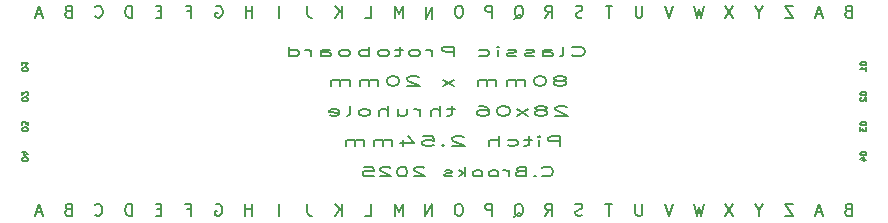
<source format=gbr>
%TF.GenerationSoftware,KiCad,Pcbnew,9.0.1*%
%TF.CreationDate,2025-05-06T23:45:29-04:00*%
%TF.ProjectId,classic-protoboard_6x28,636c6173-7369-4632-9d70-726f746f626f,rev?*%
%TF.SameCoordinates,Original*%
%TF.FileFunction,Legend,Bot*%
%TF.FilePolarity,Positive*%
%FSLAX46Y46*%
G04 Gerber Fmt 4.6, Leading zero omitted, Abs format (unit mm)*
G04 Created by KiCad (PCBNEW 9.0.1) date 2025-05-06 23:45:29*
%MOMM*%
%LPD*%
G01*
G04 APERTURE LIST*
%ADD10C,0.150000*%
%ADD11C,0.127000*%
%ADD12C,0.200000*%
%ADD13C,0.156250*%
%ADD14C,2.300000*%
%ADD15O,3.148000X1.624000*%
%ADD16C,1.624000*%
G04 APERTURE END LIST*
D10*
X126808095Y-134982438D02*
X126903333Y-134934819D01*
X126903333Y-134934819D02*
X127046190Y-134934819D01*
X127046190Y-134934819D02*
X127189047Y-134982438D01*
X127189047Y-134982438D02*
X127284285Y-135077676D01*
X127284285Y-135077676D02*
X127331904Y-135172914D01*
X127331904Y-135172914D02*
X127379523Y-135363390D01*
X127379523Y-135363390D02*
X127379523Y-135506247D01*
X127379523Y-135506247D02*
X127331904Y-135696723D01*
X127331904Y-135696723D02*
X127284285Y-135791961D01*
X127284285Y-135791961D02*
X127189047Y-135887200D01*
X127189047Y-135887200D02*
X127046190Y-135934819D01*
X127046190Y-135934819D02*
X126950952Y-135934819D01*
X126950952Y-135934819D02*
X126808095Y-135887200D01*
X126808095Y-135887200D02*
X126760476Y-135839580D01*
X126760476Y-135839580D02*
X126760476Y-135506247D01*
X126760476Y-135506247D02*
X126950952Y-135506247D01*
D11*
X181388406Y-125563904D02*
X181388406Y-125612285D01*
X181388406Y-125612285D02*
X181412596Y-125660666D01*
X181412596Y-125660666D02*
X181436787Y-125684856D01*
X181436787Y-125684856D02*
X181485168Y-125709047D01*
X181485168Y-125709047D02*
X181581930Y-125733237D01*
X181581930Y-125733237D02*
X181702882Y-125733237D01*
X181702882Y-125733237D02*
X181799644Y-125709047D01*
X181799644Y-125709047D02*
X181848025Y-125684856D01*
X181848025Y-125684856D02*
X181872216Y-125660666D01*
X181872216Y-125660666D02*
X181896406Y-125612285D01*
X181896406Y-125612285D02*
X181896406Y-125563904D01*
X181896406Y-125563904D02*
X181872216Y-125515523D01*
X181872216Y-125515523D02*
X181848025Y-125491332D01*
X181848025Y-125491332D02*
X181799644Y-125467142D01*
X181799644Y-125467142D02*
X181702882Y-125442951D01*
X181702882Y-125442951D02*
X181581930Y-125442951D01*
X181581930Y-125442951D02*
X181485168Y-125467142D01*
X181485168Y-125467142D02*
X181436787Y-125491332D01*
X181436787Y-125491332D02*
X181412596Y-125515523D01*
X181412596Y-125515523D02*
X181388406Y-125563904D01*
X181436787Y-125926761D02*
X181412596Y-125950952D01*
X181412596Y-125950952D02*
X181388406Y-125999333D01*
X181388406Y-125999333D02*
X181388406Y-126120285D01*
X181388406Y-126120285D02*
X181412596Y-126168666D01*
X181412596Y-126168666D02*
X181436787Y-126192857D01*
X181436787Y-126192857D02*
X181485168Y-126217047D01*
X181485168Y-126217047D02*
X181533549Y-126217047D01*
X181533549Y-126217047D02*
X181606120Y-126192857D01*
X181606120Y-126192857D02*
X181896406Y-125902571D01*
X181896406Y-125902571D02*
X181896406Y-126217047D01*
D10*
X168148570Y-118164819D02*
X167910475Y-119164819D01*
X167910475Y-119164819D02*
X167719999Y-118450533D01*
X167719999Y-118450533D02*
X167529523Y-119164819D01*
X167529523Y-119164819D02*
X167291428Y-118164819D01*
X114298571Y-135411009D02*
X114155714Y-135458628D01*
X114155714Y-135458628D02*
X114108095Y-135506247D01*
X114108095Y-135506247D02*
X114060476Y-135601485D01*
X114060476Y-135601485D02*
X114060476Y-135744342D01*
X114060476Y-135744342D02*
X114108095Y-135839580D01*
X114108095Y-135839580D02*
X114155714Y-135887200D01*
X114155714Y-135887200D02*
X114250952Y-135934819D01*
X114250952Y-135934819D02*
X114631904Y-135934819D01*
X114631904Y-135934819D02*
X114631904Y-134934819D01*
X114631904Y-134934819D02*
X114298571Y-134934819D01*
X114298571Y-134934819D02*
X114203333Y-134982438D01*
X114203333Y-134982438D02*
X114155714Y-135030057D01*
X114155714Y-135030057D02*
X114108095Y-135125295D01*
X114108095Y-135125295D02*
X114108095Y-135220533D01*
X114108095Y-135220533D02*
X114155714Y-135315771D01*
X114155714Y-135315771D02*
X114203333Y-135363390D01*
X114203333Y-135363390D02*
X114298571Y-135411009D01*
X114298571Y-135411009D02*
X114631904Y-135411009D01*
X150191904Y-135934819D02*
X150191904Y-134934819D01*
X150191904Y-134934819D02*
X149810952Y-134934819D01*
X149810952Y-134934819D02*
X149715714Y-134982438D01*
X149715714Y-134982438D02*
X149668095Y-135030057D01*
X149668095Y-135030057D02*
X149620476Y-135125295D01*
X149620476Y-135125295D02*
X149620476Y-135268152D01*
X149620476Y-135268152D02*
X149668095Y-135363390D01*
X149668095Y-135363390D02*
X149715714Y-135411009D01*
X149715714Y-135411009D02*
X149810952Y-135458628D01*
X149810952Y-135458628D02*
X150191904Y-135458628D01*
D12*
X155985714Y-130029695D02*
X155985714Y-129229695D01*
X155985714Y-129229695D02*
X155300000Y-129229695D01*
X155300000Y-129229695D02*
X155128571Y-129267790D01*
X155128571Y-129267790D02*
X155042857Y-129305885D01*
X155042857Y-129305885D02*
X154957143Y-129382076D01*
X154957143Y-129382076D02*
X154957143Y-129496361D01*
X154957143Y-129496361D02*
X155042857Y-129572552D01*
X155042857Y-129572552D02*
X155128571Y-129610647D01*
X155128571Y-129610647D02*
X155300000Y-129648742D01*
X155300000Y-129648742D02*
X155985714Y-129648742D01*
X154185714Y-130029695D02*
X154185714Y-129496361D01*
X154185714Y-129229695D02*
X154271428Y-129267790D01*
X154271428Y-129267790D02*
X154185714Y-129305885D01*
X154185714Y-129305885D02*
X154100000Y-129267790D01*
X154100000Y-129267790D02*
X154185714Y-129229695D01*
X154185714Y-129229695D02*
X154185714Y-129305885D01*
X153585714Y-129496361D02*
X152900000Y-129496361D01*
X153328571Y-129229695D02*
X153328571Y-129915409D01*
X153328571Y-129915409D02*
X153242857Y-129991600D01*
X153242857Y-129991600D02*
X153071428Y-130029695D01*
X153071428Y-130029695D02*
X152900000Y-130029695D01*
X151528572Y-129991600D02*
X151700000Y-130029695D01*
X151700000Y-130029695D02*
X152042857Y-130029695D01*
X152042857Y-130029695D02*
X152214286Y-129991600D01*
X152214286Y-129991600D02*
X152300000Y-129953504D01*
X152300000Y-129953504D02*
X152385714Y-129877314D01*
X152385714Y-129877314D02*
X152385714Y-129648742D01*
X152385714Y-129648742D02*
X152300000Y-129572552D01*
X152300000Y-129572552D02*
X152214286Y-129534457D01*
X152214286Y-129534457D02*
X152042857Y-129496361D01*
X152042857Y-129496361D02*
X151700000Y-129496361D01*
X151700000Y-129496361D02*
X151528572Y-129534457D01*
X150757143Y-130029695D02*
X150757143Y-129229695D01*
X149985715Y-130029695D02*
X149985715Y-129610647D01*
X149985715Y-129610647D02*
X150071429Y-129534457D01*
X150071429Y-129534457D02*
X150242857Y-129496361D01*
X150242857Y-129496361D02*
X150500000Y-129496361D01*
X150500000Y-129496361D02*
X150671429Y-129534457D01*
X150671429Y-129534457D02*
X150757143Y-129572552D01*
X147842857Y-129305885D02*
X147757143Y-129267790D01*
X147757143Y-129267790D02*
X147585715Y-129229695D01*
X147585715Y-129229695D02*
X147157143Y-129229695D01*
X147157143Y-129229695D02*
X146985715Y-129267790D01*
X146985715Y-129267790D02*
X146900000Y-129305885D01*
X146900000Y-129305885D02*
X146814286Y-129382076D01*
X146814286Y-129382076D02*
X146814286Y-129458266D01*
X146814286Y-129458266D02*
X146900000Y-129572552D01*
X146900000Y-129572552D02*
X147928572Y-130029695D01*
X147928572Y-130029695D02*
X146814286Y-130029695D01*
X146042857Y-129953504D02*
X145957143Y-129991600D01*
X145957143Y-129991600D02*
X146042857Y-130029695D01*
X146042857Y-130029695D02*
X146128571Y-129991600D01*
X146128571Y-129991600D02*
X146042857Y-129953504D01*
X146042857Y-129953504D02*
X146042857Y-130029695D01*
X144328571Y-129229695D02*
X145185714Y-129229695D01*
X145185714Y-129229695D02*
X145271428Y-129610647D01*
X145271428Y-129610647D02*
X145185714Y-129572552D01*
X145185714Y-129572552D02*
X145014286Y-129534457D01*
X145014286Y-129534457D02*
X144585714Y-129534457D01*
X144585714Y-129534457D02*
X144414286Y-129572552D01*
X144414286Y-129572552D02*
X144328571Y-129610647D01*
X144328571Y-129610647D02*
X144242857Y-129686838D01*
X144242857Y-129686838D02*
X144242857Y-129877314D01*
X144242857Y-129877314D02*
X144328571Y-129953504D01*
X144328571Y-129953504D02*
X144414286Y-129991600D01*
X144414286Y-129991600D02*
X144585714Y-130029695D01*
X144585714Y-130029695D02*
X145014286Y-130029695D01*
X145014286Y-130029695D02*
X145185714Y-129991600D01*
X145185714Y-129991600D02*
X145271428Y-129953504D01*
X142700000Y-129496361D02*
X142700000Y-130029695D01*
X143128571Y-129191600D02*
X143557142Y-129763028D01*
X143557142Y-129763028D02*
X142442857Y-129763028D01*
X141757142Y-130029695D02*
X141757142Y-129496361D01*
X141757142Y-129572552D02*
X141671428Y-129534457D01*
X141671428Y-129534457D02*
X141499999Y-129496361D01*
X141499999Y-129496361D02*
X141242856Y-129496361D01*
X141242856Y-129496361D02*
X141071428Y-129534457D01*
X141071428Y-129534457D02*
X140985714Y-129610647D01*
X140985714Y-129610647D02*
X140985714Y-130029695D01*
X140985714Y-129610647D02*
X140899999Y-129534457D01*
X140899999Y-129534457D02*
X140728571Y-129496361D01*
X140728571Y-129496361D02*
X140471428Y-129496361D01*
X140471428Y-129496361D02*
X140299999Y-129534457D01*
X140299999Y-129534457D02*
X140214285Y-129610647D01*
X140214285Y-129610647D02*
X140214285Y-130029695D01*
X139357142Y-130029695D02*
X139357142Y-129496361D01*
X139357142Y-129572552D02*
X139271428Y-129534457D01*
X139271428Y-129534457D02*
X139099999Y-129496361D01*
X139099999Y-129496361D02*
X138842856Y-129496361D01*
X138842856Y-129496361D02*
X138671428Y-129534457D01*
X138671428Y-129534457D02*
X138585714Y-129610647D01*
X138585714Y-129610647D02*
X138585714Y-130029695D01*
X138585714Y-129610647D02*
X138499999Y-129534457D01*
X138499999Y-129534457D02*
X138328571Y-129496361D01*
X138328571Y-129496361D02*
X138071428Y-129496361D01*
X138071428Y-129496361D02*
X137899999Y-129534457D01*
X137899999Y-129534457D02*
X137814285Y-129610647D01*
X137814285Y-129610647D02*
X137814285Y-130029695D01*
D10*
X147495237Y-118164819D02*
X147304761Y-118164819D01*
X147304761Y-118164819D02*
X147209523Y-118212438D01*
X147209523Y-118212438D02*
X147114285Y-118307676D01*
X147114285Y-118307676D02*
X147066666Y-118498152D01*
X147066666Y-118498152D02*
X147066666Y-118831485D01*
X147066666Y-118831485D02*
X147114285Y-119021961D01*
X147114285Y-119021961D02*
X147209523Y-119117200D01*
X147209523Y-119117200D02*
X147304761Y-119164819D01*
X147304761Y-119164819D02*
X147495237Y-119164819D01*
X147495237Y-119164819D02*
X147590475Y-119117200D01*
X147590475Y-119117200D02*
X147685713Y-119021961D01*
X147685713Y-119021961D02*
X147733332Y-118831485D01*
X147733332Y-118831485D02*
X147733332Y-118498152D01*
X147733332Y-118498152D02*
X147685713Y-118307676D01*
X147685713Y-118307676D02*
X147590475Y-118212438D01*
X147590475Y-118212438D02*
X147495237Y-118164819D01*
X170593332Y-118164819D02*
X169926666Y-119164819D01*
X169926666Y-118164819D02*
X170593332Y-119164819D01*
X124387142Y-135411009D02*
X124720475Y-135411009D01*
X124720475Y-135934819D02*
X124720475Y-134934819D01*
X124720475Y-134934819D02*
X124244285Y-134934819D01*
X116600476Y-135839580D02*
X116648095Y-135887200D01*
X116648095Y-135887200D02*
X116790952Y-135934819D01*
X116790952Y-135934819D02*
X116886190Y-135934819D01*
X116886190Y-135934819D02*
X117029047Y-135887200D01*
X117029047Y-135887200D02*
X117124285Y-135791961D01*
X117124285Y-135791961D02*
X117171904Y-135696723D01*
X117171904Y-135696723D02*
X117219523Y-135506247D01*
X117219523Y-135506247D02*
X117219523Y-135363390D01*
X117219523Y-135363390D02*
X117171904Y-135172914D01*
X117171904Y-135172914D02*
X117124285Y-135077676D01*
X117124285Y-135077676D02*
X117029047Y-134982438D01*
X117029047Y-134982438D02*
X116886190Y-134934819D01*
X116886190Y-134934819D02*
X116790952Y-134934819D01*
X116790952Y-134934819D02*
X116648095Y-134982438D01*
X116648095Y-134982438D02*
X116600476Y-135030057D01*
X145135713Y-135934819D02*
X145135713Y-134934819D01*
X145135713Y-134934819D02*
X144564285Y-135934819D01*
X144564285Y-135934819D02*
X144564285Y-134934819D01*
X180348571Y-118641009D02*
X180205714Y-118688628D01*
X180205714Y-118688628D02*
X180158095Y-118736247D01*
X180158095Y-118736247D02*
X180110476Y-118831485D01*
X180110476Y-118831485D02*
X180110476Y-118974342D01*
X180110476Y-118974342D02*
X180158095Y-119069580D01*
X180158095Y-119069580D02*
X180205714Y-119117200D01*
X180205714Y-119117200D02*
X180300952Y-119164819D01*
X180300952Y-119164819D02*
X180681904Y-119164819D01*
X180681904Y-119164819D02*
X180681904Y-118164819D01*
X180681904Y-118164819D02*
X180348571Y-118164819D01*
X180348571Y-118164819D02*
X180253333Y-118212438D01*
X180253333Y-118212438D02*
X180205714Y-118260057D01*
X180205714Y-118260057D02*
X180158095Y-118355295D01*
X180158095Y-118355295D02*
X180158095Y-118450533D01*
X180158095Y-118450533D02*
X180205714Y-118545771D01*
X180205714Y-118545771D02*
X180253333Y-118593390D01*
X180253333Y-118593390D02*
X180348571Y-118641009D01*
X180348571Y-118641009D02*
X180681904Y-118641009D01*
X139470476Y-119164819D02*
X139946666Y-119164819D01*
X139946666Y-119164819D02*
X139946666Y-118164819D01*
D11*
X181388406Y-130643904D02*
X181388406Y-130692285D01*
X181388406Y-130692285D02*
X181412596Y-130740666D01*
X181412596Y-130740666D02*
X181436787Y-130764856D01*
X181436787Y-130764856D02*
X181485168Y-130789047D01*
X181485168Y-130789047D02*
X181581930Y-130813237D01*
X181581930Y-130813237D02*
X181702882Y-130813237D01*
X181702882Y-130813237D02*
X181799644Y-130789047D01*
X181799644Y-130789047D02*
X181848025Y-130764856D01*
X181848025Y-130764856D02*
X181872216Y-130740666D01*
X181872216Y-130740666D02*
X181896406Y-130692285D01*
X181896406Y-130692285D02*
X181896406Y-130643904D01*
X181896406Y-130643904D02*
X181872216Y-130595523D01*
X181872216Y-130595523D02*
X181848025Y-130571332D01*
X181848025Y-130571332D02*
X181799644Y-130547142D01*
X181799644Y-130547142D02*
X181702882Y-130522951D01*
X181702882Y-130522951D02*
X181581930Y-130522951D01*
X181581930Y-130522951D02*
X181485168Y-130547142D01*
X181485168Y-130547142D02*
X181436787Y-130571332D01*
X181436787Y-130571332D02*
X181412596Y-130595523D01*
X181412596Y-130595523D02*
X181388406Y-130643904D01*
X181557739Y-131248666D02*
X181896406Y-131248666D01*
X181364216Y-131127714D02*
X181727073Y-131006761D01*
X181727073Y-131006761D02*
X181727073Y-131321238D01*
D12*
X156985713Y-122343504D02*
X157071427Y-122381600D01*
X157071427Y-122381600D02*
X157328570Y-122419695D01*
X157328570Y-122419695D02*
X157499998Y-122419695D01*
X157499998Y-122419695D02*
X157757141Y-122381600D01*
X157757141Y-122381600D02*
X157928570Y-122305409D01*
X157928570Y-122305409D02*
X158014284Y-122229219D01*
X158014284Y-122229219D02*
X158099998Y-122076838D01*
X158099998Y-122076838D02*
X158099998Y-121962552D01*
X158099998Y-121962552D02*
X158014284Y-121810171D01*
X158014284Y-121810171D02*
X157928570Y-121733980D01*
X157928570Y-121733980D02*
X157757141Y-121657790D01*
X157757141Y-121657790D02*
X157499998Y-121619695D01*
X157499998Y-121619695D02*
X157328570Y-121619695D01*
X157328570Y-121619695D02*
X157071427Y-121657790D01*
X157071427Y-121657790D02*
X156985713Y-121695885D01*
X155957141Y-122419695D02*
X156128570Y-122381600D01*
X156128570Y-122381600D02*
X156214284Y-122305409D01*
X156214284Y-122305409D02*
X156214284Y-121619695D01*
X154499999Y-122419695D02*
X154499999Y-122000647D01*
X154499999Y-122000647D02*
X154585713Y-121924457D01*
X154585713Y-121924457D02*
X154757141Y-121886361D01*
X154757141Y-121886361D02*
X155099999Y-121886361D01*
X155099999Y-121886361D02*
X155271427Y-121924457D01*
X154499999Y-122381600D02*
X154671427Y-122419695D01*
X154671427Y-122419695D02*
X155099999Y-122419695D01*
X155099999Y-122419695D02*
X155271427Y-122381600D01*
X155271427Y-122381600D02*
X155357141Y-122305409D01*
X155357141Y-122305409D02*
X155357141Y-122229219D01*
X155357141Y-122229219D02*
X155271427Y-122153028D01*
X155271427Y-122153028D02*
X155099999Y-122114933D01*
X155099999Y-122114933D02*
X154671427Y-122114933D01*
X154671427Y-122114933D02*
X154499999Y-122076838D01*
X153728570Y-122381600D02*
X153557142Y-122419695D01*
X153557142Y-122419695D02*
X153214285Y-122419695D01*
X153214285Y-122419695D02*
X153042856Y-122381600D01*
X153042856Y-122381600D02*
X152957142Y-122305409D01*
X152957142Y-122305409D02*
X152957142Y-122267314D01*
X152957142Y-122267314D02*
X153042856Y-122191123D01*
X153042856Y-122191123D02*
X153214285Y-122153028D01*
X153214285Y-122153028D02*
X153471428Y-122153028D01*
X153471428Y-122153028D02*
X153642856Y-122114933D01*
X153642856Y-122114933D02*
X153728570Y-122038742D01*
X153728570Y-122038742D02*
X153728570Y-122000647D01*
X153728570Y-122000647D02*
X153642856Y-121924457D01*
X153642856Y-121924457D02*
X153471428Y-121886361D01*
X153471428Y-121886361D02*
X153214285Y-121886361D01*
X153214285Y-121886361D02*
X153042856Y-121924457D01*
X152271427Y-122381600D02*
X152099999Y-122419695D01*
X152099999Y-122419695D02*
X151757142Y-122419695D01*
X151757142Y-122419695D02*
X151585713Y-122381600D01*
X151585713Y-122381600D02*
X151499999Y-122305409D01*
X151499999Y-122305409D02*
X151499999Y-122267314D01*
X151499999Y-122267314D02*
X151585713Y-122191123D01*
X151585713Y-122191123D02*
X151757142Y-122153028D01*
X151757142Y-122153028D02*
X152014285Y-122153028D01*
X152014285Y-122153028D02*
X152185713Y-122114933D01*
X152185713Y-122114933D02*
X152271427Y-122038742D01*
X152271427Y-122038742D02*
X152271427Y-122000647D01*
X152271427Y-122000647D02*
X152185713Y-121924457D01*
X152185713Y-121924457D02*
X152014285Y-121886361D01*
X152014285Y-121886361D02*
X151757142Y-121886361D01*
X151757142Y-121886361D02*
X151585713Y-121924457D01*
X150728570Y-122419695D02*
X150728570Y-121886361D01*
X150728570Y-121619695D02*
X150814284Y-121657790D01*
X150814284Y-121657790D02*
X150728570Y-121695885D01*
X150728570Y-121695885D02*
X150642856Y-121657790D01*
X150642856Y-121657790D02*
X150728570Y-121619695D01*
X150728570Y-121619695D02*
X150728570Y-121695885D01*
X149099999Y-122381600D02*
X149271427Y-122419695D01*
X149271427Y-122419695D02*
X149614284Y-122419695D01*
X149614284Y-122419695D02*
X149785713Y-122381600D01*
X149785713Y-122381600D02*
X149871427Y-122343504D01*
X149871427Y-122343504D02*
X149957141Y-122267314D01*
X149957141Y-122267314D02*
X149957141Y-122038742D01*
X149957141Y-122038742D02*
X149871427Y-121962552D01*
X149871427Y-121962552D02*
X149785713Y-121924457D01*
X149785713Y-121924457D02*
X149614284Y-121886361D01*
X149614284Y-121886361D02*
X149271427Y-121886361D01*
X149271427Y-121886361D02*
X149099999Y-121924457D01*
X146957141Y-122419695D02*
X146957141Y-121619695D01*
X146957141Y-121619695D02*
X146271427Y-121619695D01*
X146271427Y-121619695D02*
X146099998Y-121657790D01*
X146099998Y-121657790D02*
X146014284Y-121695885D01*
X146014284Y-121695885D02*
X145928570Y-121772076D01*
X145928570Y-121772076D02*
X145928570Y-121886361D01*
X145928570Y-121886361D02*
X146014284Y-121962552D01*
X146014284Y-121962552D02*
X146099998Y-122000647D01*
X146099998Y-122000647D02*
X146271427Y-122038742D01*
X146271427Y-122038742D02*
X146957141Y-122038742D01*
X145157141Y-122419695D02*
X145157141Y-121886361D01*
X145157141Y-122038742D02*
X145071427Y-121962552D01*
X145071427Y-121962552D02*
X144985713Y-121924457D01*
X144985713Y-121924457D02*
X144814284Y-121886361D01*
X144814284Y-121886361D02*
X144642855Y-121886361D01*
X143785712Y-122419695D02*
X143957141Y-122381600D01*
X143957141Y-122381600D02*
X144042855Y-122343504D01*
X144042855Y-122343504D02*
X144128569Y-122267314D01*
X144128569Y-122267314D02*
X144128569Y-122038742D01*
X144128569Y-122038742D02*
X144042855Y-121962552D01*
X144042855Y-121962552D02*
X143957141Y-121924457D01*
X143957141Y-121924457D02*
X143785712Y-121886361D01*
X143785712Y-121886361D02*
X143528569Y-121886361D01*
X143528569Y-121886361D02*
X143357141Y-121924457D01*
X143357141Y-121924457D02*
X143271427Y-121962552D01*
X143271427Y-121962552D02*
X143185712Y-122038742D01*
X143185712Y-122038742D02*
X143185712Y-122267314D01*
X143185712Y-122267314D02*
X143271427Y-122343504D01*
X143271427Y-122343504D02*
X143357141Y-122381600D01*
X143357141Y-122381600D02*
X143528569Y-122419695D01*
X143528569Y-122419695D02*
X143785712Y-122419695D01*
X142671427Y-121886361D02*
X141985713Y-121886361D01*
X142414284Y-121619695D02*
X142414284Y-122305409D01*
X142414284Y-122305409D02*
X142328570Y-122381600D01*
X142328570Y-122381600D02*
X142157141Y-122419695D01*
X142157141Y-122419695D02*
X141985713Y-122419695D01*
X141128570Y-122419695D02*
X141299999Y-122381600D01*
X141299999Y-122381600D02*
X141385713Y-122343504D01*
X141385713Y-122343504D02*
X141471427Y-122267314D01*
X141471427Y-122267314D02*
X141471427Y-122038742D01*
X141471427Y-122038742D02*
X141385713Y-121962552D01*
X141385713Y-121962552D02*
X141299999Y-121924457D01*
X141299999Y-121924457D02*
X141128570Y-121886361D01*
X141128570Y-121886361D02*
X140871427Y-121886361D01*
X140871427Y-121886361D02*
X140699999Y-121924457D01*
X140699999Y-121924457D02*
X140614285Y-121962552D01*
X140614285Y-121962552D02*
X140528570Y-122038742D01*
X140528570Y-122038742D02*
X140528570Y-122267314D01*
X140528570Y-122267314D02*
X140614285Y-122343504D01*
X140614285Y-122343504D02*
X140699999Y-122381600D01*
X140699999Y-122381600D02*
X140871427Y-122419695D01*
X140871427Y-122419695D02*
X141128570Y-122419695D01*
X139757142Y-122419695D02*
X139757142Y-121619695D01*
X139757142Y-121924457D02*
X139585714Y-121886361D01*
X139585714Y-121886361D02*
X139242856Y-121886361D01*
X139242856Y-121886361D02*
X139071428Y-121924457D01*
X139071428Y-121924457D02*
X138985714Y-121962552D01*
X138985714Y-121962552D02*
X138899999Y-122038742D01*
X138899999Y-122038742D02*
X138899999Y-122267314D01*
X138899999Y-122267314D02*
X138985714Y-122343504D01*
X138985714Y-122343504D02*
X139071428Y-122381600D01*
X139071428Y-122381600D02*
X139242856Y-122419695D01*
X139242856Y-122419695D02*
X139585714Y-122419695D01*
X139585714Y-122419695D02*
X139757142Y-122381600D01*
X137871428Y-122419695D02*
X138042857Y-122381600D01*
X138042857Y-122381600D02*
X138128571Y-122343504D01*
X138128571Y-122343504D02*
X138214285Y-122267314D01*
X138214285Y-122267314D02*
X138214285Y-122038742D01*
X138214285Y-122038742D02*
X138128571Y-121962552D01*
X138128571Y-121962552D02*
X138042857Y-121924457D01*
X138042857Y-121924457D02*
X137871428Y-121886361D01*
X137871428Y-121886361D02*
X137614285Y-121886361D01*
X137614285Y-121886361D02*
X137442857Y-121924457D01*
X137442857Y-121924457D02*
X137357143Y-121962552D01*
X137357143Y-121962552D02*
X137271428Y-122038742D01*
X137271428Y-122038742D02*
X137271428Y-122267314D01*
X137271428Y-122267314D02*
X137357143Y-122343504D01*
X137357143Y-122343504D02*
X137442857Y-122381600D01*
X137442857Y-122381600D02*
X137614285Y-122419695D01*
X137614285Y-122419695D02*
X137871428Y-122419695D01*
X135728572Y-122419695D02*
X135728572Y-122000647D01*
X135728572Y-122000647D02*
X135814286Y-121924457D01*
X135814286Y-121924457D02*
X135985714Y-121886361D01*
X135985714Y-121886361D02*
X136328572Y-121886361D01*
X136328572Y-121886361D02*
X136500000Y-121924457D01*
X135728572Y-122381600D02*
X135900000Y-122419695D01*
X135900000Y-122419695D02*
X136328572Y-122419695D01*
X136328572Y-122419695D02*
X136500000Y-122381600D01*
X136500000Y-122381600D02*
X136585714Y-122305409D01*
X136585714Y-122305409D02*
X136585714Y-122229219D01*
X136585714Y-122229219D02*
X136500000Y-122153028D01*
X136500000Y-122153028D02*
X136328572Y-122114933D01*
X136328572Y-122114933D02*
X135900000Y-122114933D01*
X135900000Y-122114933D02*
X135728572Y-122076838D01*
X134871429Y-122419695D02*
X134871429Y-121886361D01*
X134871429Y-122038742D02*
X134785715Y-121962552D01*
X134785715Y-121962552D02*
X134700001Y-121924457D01*
X134700001Y-121924457D02*
X134528572Y-121886361D01*
X134528572Y-121886361D02*
X134357143Y-121886361D01*
X132985715Y-122419695D02*
X132985715Y-121619695D01*
X132985715Y-122381600D02*
X133157143Y-122419695D01*
X133157143Y-122419695D02*
X133500000Y-122419695D01*
X133500000Y-122419695D02*
X133671429Y-122381600D01*
X133671429Y-122381600D02*
X133757143Y-122343504D01*
X133757143Y-122343504D02*
X133842857Y-122267314D01*
X133842857Y-122267314D02*
X133842857Y-122038742D01*
X133842857Y-122038742D02*
X133757143Y-121962552D01*
X133757143Y-121962552D02*
X133671429Y-121924457D01*
X133671429Y-121924457D02*
X133500000Y-121886361D01*
X133500000Y-121886361D02*
X133157143Y-121886361D01*
X133157143Y-121886361D02*
X132985715Y-121924457D01*
D10*
X162915713Y-134934819D02*
X162915713Y-135744342D01*
X162915713Y-135744342D02*
X162868094Y-135839580D01*
X162868094Y-135839580D02*
X162820475Y-135887200D01*
X162820475Y-135887200D02*
X162725237Y-135934819D01*
X162725237Y-135934819D02*
X162534761Y-135934819D01*
X162534761Y-135934819D02*
X162439523Y-135887200D01*
X162439523Y-135887200D02*
X162391904Y-135839580D01*
X162391904Y-135839580D02*
X162344285Y-135744342D01*
X162344285Y-135744342D02*
X162344285Y-134934819D01*
X172789999Y-135458628D02*
X172789999Y-135934819D01*
X173123332Y-134934819D02*
X172789999Y-135458628D01*
X172789999Y-135458628D02*
X172456666Y-134934819D01*
X129895713Y-135934819D02*
X129895713Y-134934819D01*
X129895713Y-135411009D02*
X129324285Y-135411009D01*
X129324285Y-135934819D02*
X129324285Y-134934819D01*
X134547142Y-134934819D02*
X134547142Y-135649104D01*
X134547142Y-135649104D02*
X134594761Y-135791961D01*
X134594761Y-135791961D02*
X134689999Y-135887200D01*
X134689999Y-135887200D02*
X134832856Y-135934819D01*
X134832856Y-135934819D02*
X134928094Y-135934819D01*
X162925713Y-118164819D02*
X162925713Y-118974342D01*
X162925713Y-118974342D02*
X162878094Y-119069580D01*
X162878094Y-119069580D02*
X162830475Y-119117200D01*
X162830475Y-119117200D02*
X162735237Y-119164819D01*
X162735237Y-119164819D02*
X162544761Y-119164819D01*
X162544761Y-119164819D02*
X162449523Y-119117200D01*
X162449523Y-119117200D02*
X162401904Y-119069580D01*
X162401904Y-119069580D02*
X162354285Y-118974342D01*
X162354285Y-118974342D02*
X162354285Y-118164819D01*
D12*
X156142857Y-124492552D02*
X156314286Y-124454457D01*
X156314286Y-124454457D02*
X156400000Y-124416361D01*
X156400000Y-124416361D02*
X156485714Y-124340171D01*
X156485714Y-124340171D02*
X156485714Y-124302076D01*
X156485714Y-124302076D02*
X156400000Y-124225885D01*
X156400000Y-124225885D02*
X156314286Y-124187790D01*
X156314286Y-124187790D02*
X156142857Y-124149695D01*
X156142857Y-124149695D02*
X155800000Y-124149695D01*
X155800000Y-124149695D02*
X155628572Y-124187790D01*
X155628572Y-124187790D02*
X155542857Y-124225885D01*
X155542857Y-124225885D02*
X155457143Y-124302076D01*
X155457143Y-124302076D02*
X155457143Y-124340171D01*
X155457143Y-124340171D02*
X155542857Y-124416361D01*
X155542857Y-124416361D02*
X155628572Y-124454457D01*
X155628572Y-124454457D02*
X155800000Y-124492552D01*
X155800000Y-124492552D02*
X156142857Y-124492552D01*
X156142857Y-124492552D02*
X156314286Y-124530647D01*
X156314286Y-124530647D02*
X156400000Y-124568742D01*
X156400000Y-124568742D02*
X156485714Y-124644933D01*
X156485714Y-124644933D02*
X156485714Y-124797314D01*
X156485714Y-124797314D02*
X156400000Y-124873504D01*
X156400000Y-124873504D02*
X156314286Y-124911600D01*
X156314286Y-124911600D02*
X156142857Y-124949695D01*
X156142857Y-124949695D02*
X155800000Y-124949695D01*
X155800000Y-124949695D02*
X155628572Y-124911600D01*
X155628572Y-124911600D02*
X155542857Y-124873504D01*
X155542857Y-124873504D02*
X155457143Y-124797314D01*
X155457143Y-124797314D02*
X155457143Y-124644933D01*
X155457143Y-124644933D02*
X155542857Y-124568742D01*
X155542857Y-124568742D02*
X155628572Y-124530647D01*
X155628572Y-124530647D02*
X155800000Y-124492552D01*
X154342857Y-124149695D02*
X154171428Y-124149695D01*
X154171428Y-124149695D02*
X154000000Y-124187790D01*
X154000000Y-124187790D02*
X153914286Y-124225885D01*
X153914286Y-124225885D02*
X153828571Y-124302076D01*
X153828571Y-124302076D02*
X153742857Y-124454457D01*
X153742857Y-124454457D02*
X153742857Y-124644933D01*
X153742857Y-124644933D02*
X153828571Y-124797314D01*
X153828571Y-124797314D02*
X153914286Y-124873504D01*
X153914286Y-124873504D02*
X154000000Y-124911600D01*
X154000000Y-124911600D02*
X154171428Y-124949695D01*
X154171428Y-124949695D02*
X154342857Y-124949695D01*
X154342857Y-124949695D02*
X154514286Y-124911600D01*
X154514286Y-124911600D02*
X154600000Y-124873504D01*
X154600000Y-124873504D02*
X154685714Y-124797314D01*
X154685714Y-124797314D02*
X154771428Y-124644933D01*
X154771428Y-124644933D02*
X154771428Y-124454457D01*
X154771428Y-124454457D02*
X154685714Y-124302076D01*
X154685714Y-124302076D02*
X154600000Y-124225885D01*
X154600000Y-124225885D02*
X154514286Y-124187790D01*
X154514286Y-124187790D02*
X154342857Y-124149695D01*
X152971428Y-124949695D02*
X152971428Y-124416361D01*
X152971428Y-124492552D02*
X152885714Y-124454457D01*
X152885714Y-124454457D02*
X152714285Y-124416361D01*
X152714285Y-124416361D02*
X152457142Y-124416361D01*
X152457142Y-124416361D02*
X152285714Y-124454457D01*
X152285714Y-124454457D02*
X152200000Y-124530647D01*
X152200000Y-124530647D02*
X152200000Y-124949695D01*
X152200000Y-124530647D02*
X152114285Y-124454457D01*
X152114285Y-124454457D02*
X151942857Y-124416361D01*
X151942857Y-124416361D02*
X151685714Y-124416361D01*
X151685714Y-124416361D02*
X151514285Y-124454457D01*
X151514285Y-124454457D02*
X151428571Y-124530647D01*
X151428571Y-124530647D02*
X151428571Y-124949695D01*
X150571428Y-124949695D02*
X150571428Y-124416361D01*
X150571428Y-124492552D02*
X150485714Y-124454457D01*
X150485714Y-124454457D02*
X150314285Y-124416361D01*
X150314285Y-124416361D02*
X150057142Y-124416361D01*
X150057142Y-124416361D02*
X149885714Y-124454457D01*
X149885714Y-124454457D02*
X149800000Y-124530647D01*
X149800000Y-124530647D02*
X149800000Y-124949695D01*
X149800000Y-124530647D02*
X149714285Y-124454457D01*
X149714285Y-124454457D02*
X149542857Y-124416361D01*
X149542857Y-124416361D02*
X149285714Y-124416361D01*
X149285714Y-124416361D02*
X149114285Y-124454457D01*
X149114285Y-124454457D02*
X149028571Y-124530647D01*
X149028571Y-124530647D02*
X149028571Y-124949695D01*
X146971428Y-124949695D02*
X146028571Y-124416361D01*
X146971428Y-124416361D02*
X146028571Y-124949695D01*
X144057141Y-124225885D02*
X143971427Y-124187790D01*
X143971427Y-124187790D02*
X143799999Y-124149695D01*
X143799999Y-124149695D02*
X143371427Y-124149695D01*
X143371427Y-124149695D02*
X143199999Y-124187790D01*
X143199999Y-124187790D02*
X143114284Y-124225885D01*
X143114284Y-124225885D02*
X143028570Y-124302076D01*
X143028570Y-124302076D02*
X143028570Y-124378266D01*
X143028570Y-124378266D02*
X143114284Y-124492552D01*
X143114284Y-124492552D02*
X144142856Y-124949695D01*
X144142856Y-124949695D02*
X143028570Y-124949695D01*
X141914284Y-124149695D02*
X141742855Y-124149695D01*
X141742855Y-124149695D02*
X141571427Y-124187790D01*
X141571427Y-124187790D02*
X141485713Y-124225885D01*
X141485713Y-124225885D02*
X141399998Y-124302076D01*
X141399998Y-124302076D02*
X141314284Y-124454457D01*
X141314284Y-124454457D02*
X141314284Y-124644933D01*
X141314284Y-124644933D02*
X141399998Y-124797314D01*
X141399998Y-124797314D02*
X141485713Y-124873504D01*
X141485713Y-124873504D02*
X141571427Y-124911600D01*
X141571427Y-124911600D02*
X141742855Y-124949695D01*
X141742855Y-124949695D02*
X141914284Y-124949695D01*
X141914284Y-124949695D02*
X142085713Y-124911600D01*
X142085713Y-124911600D02*
X142171427Y-124873504D01*
X142171427Y-124873504D02*
X142257141Y-124797314D01*
X142257141Y-124797314D02*
X142342855Y-124644933D01*
X142342855Y-124644933D02*
X142342855Y-124454457D01*
X142342855Y-124454457D02*
X142257141Y-124302076D01*
X142257141Y-124302076D02*
X142171427Y-124225885D01*
X142171427Y-124225885D02*
X142085713Y-124187790D01*
X142085713Y-124187790D02*
X141914284Y-124149695D01*
X140542855Y-124949695D02*
X140542855Y-124416361D01*
X140542855Y-124492552D02*
X140457141Y-124454457D01*
X140457141Y-124454457D02*
X140285712Y-124416361D01*
X140285712Y-124416361D02*
X140028569Y-124416361D01*
X140028569Y-124416361D02*
X139857141Y-124454457D01*
X139857141Y-124454457D02*
X139771427Y-124530647D01*
X139771427Y-124530647D02*
X139771427Y-124949695D01*
X139771427Y-124530647D02*
X139685712Y-124454457D01*
X139685712Y-124454457D02*
X139514284Y-124416361D01*
X139514284Y-124416361D02*
X139257141Y-124416361D01*
X139257141Y-124416361D02*
X139085712Y-124454457D01*
X139085712Y-124454457D02*
X138999998Y-124530647D01*
X138999998Y-124530647D02*
X138999998Y-124949695D01*
X138142855Y-124949695D02*
X138142855Y-124416361D01*
X138142855Y-124492552D02*
X138057141Y-124454457D01*
X138057141Y-124454457D02*
X137885712Y-124416361D01*
X137885712Y-124416361D02*
X137628569Y-124416361D01*
X137628569Y-124416361D02*
X137457141Y-124454457D01*
X137457141Y-124454457D02*
X137371427Y-124530647D01*
X137371427Y-124530647D02*
X137371427Y-124949695D01*
X137371427Y-124530647D02*
X137285712Y-124454457D01*
X137285712Y-124454457D02*
X137114284Y-124416361D01*
X137114284Y-124416361D02*
X136857141Y-124416361D01*
X136857141Y-124416361D02*
X136685712Y-124454457D01*
X136685712Y-124454457D02*
X136599998Y-124530647D01*
X136599998Y-124530647D02*
X136599998Y-124949695D01*
D10*
X114308571Y-118641009D02*
X114165714Y-118688628D01*
X114165714Y-118688628D02*
X114118095Y-118736247D01*
X114118095Y-118736247D02*
X114070476Y-118831485D01*
X114070476Y-118831485D02*
X114070476Y-118974342D01*
X114070476Y-118974342D02*
X114118095Y-119069580D01*
X114118095Y-119069580D02*
X114165714Y-119117200D01*
X114165714Y-119117200D02*
X114260952Y-119164819D01*
X114260952Y-119164819D02*
X114641904Y-119164819D01*
X114641904Y-119164819D02*
X114641904Y-118164819D01*
X114641904Y-118164819D02*
X114308571Y-118164819D01*
X114308571Y-118164819D02*
X114213333Y-118212438D01*
X114213333Y-118212438D02*
X114165714Y-118260057D01*
X114165714Y-118260057D02*
X114118095Y-118355295D01*
X114118095Y-118355295D02*
X114118095Y-118450533D01*
X114118095Y-118450533D02*
X114165714Y-118545771D01*
X114165714Y-118545771D02*
X114213333Y-118593390D01*
X114213333Y-118593390D02*
X114308571Y-118641009D01*
X114308571Y-118641009D02*
X114641904Y-118641009D01*
X180338571Y-135411009D02*
X180195714Y-135458628D01*
X180195714Y-135458628D02*
X180148095Y-135506247D01*
X180148095Y-135506247D02*
X180100476Y-135601485D01*
X180100476Y-135601485D02*
X180100476Y-135744342D01*
X180100476Y-135744342D02*
X180148095Y-135839580D01*
X180148095Y-135839580D02*
X180195714Y-135887200D01*
X180195714Y-135887200D02*
X180290952Y-135934819D01*
X180290952Y-135934819D02*
X180671904Y-135934819D01*
X180671904Y-135934819D02*
X180671904Y-134934819D01*
X180671904Y-134934819D02*
X180338571Y-134934819D01*
X180338571Y-134934819D02*
X180243333Y-134982438D01*
X180243333Y-134982438D02*
X180195714Y-135030057D01*
X180195714Y-135030057D02*
X180148095Y-135125295D01*
X180148095Y-135125295D02*
X180148095Y-135220533D01*
X180148095Y-135220533D02*
X180195714Y-135315771D01*
X180195714Y-135315771D02*
X180243333Y-135363390D01*
X180243333Y-135363390D02*
X180338571Y-135411009D01*
X180338571Y-135411009D02*
X180671904Y-135411009D01*
X119711904Y-135934819D02*
X119711904Y-134934819D01*
X119711904Y-134934819D02*
X119473809Y-134934819D01*
X119473809Y-134934819D02*
X119330952Y-134982438D01*
X119330952Y-134982438D02*
X119235714Y-135077676D01*
X119235714Y-135077676D02*
X119188095Y-135172914D01*
X119188095Y-135172914D02*
X119140476Y-135363390D01*
X119140476Y-135363390D02*
X119140476Y-135506247D01*
X119140476Y-135506247D02*
X119188095Y-135696723D01*
X119188095Y-135696723D02*
X119235714Y-135791961D01*
X119235714Y-135791961D02*
X119330952Y-135887200D01*
X119330952Y-135887200D02*
X119473809Y-135934819D01*
X119473809Y-135934819D02*
X119711904Y-135934819D01*
X170583332Y-134934819D02*
X169916666Y-135934819D01*
X169916666Y-134934819D02*
X170583332Y-135934819D01*
X124397142Y-118641009D02*
X124730475Y-118641009D01*
X124730475Y-119164819D02*
X124730475Y-118164819D01*
X124730475Y-118164819D02*
X124254285Y-118164819D01*
X122204285Y-135411009D02*
X121870952Y-135411009D01*
X121728095Y-135934819D02*
X122204285Y-135934819D01*
X122204285Y-135934819D02*
X122204285Y-134934819D01*
X122204285Y-134934819D02*
X121728095Y-134934819D01*
X165503332Y-134934819D02*
X165169999Y-135934819D01*
X165169999Y-135934819D02*
X164836666Y-134934819D01*
X144574286Y-118255180D02*
X144574286Y-119255180D01*
X144574286Y-119255180D02*
X145145714Y-118255180D01*
X145145714Y-118255180D02*
X145145714Y-119255180D01*
X157845713Y-119117200D02*
X157702856Y-119164819D01*
X157702856Y-119164819D02*
X157464761Y-119164819D01*
X157464761Y-119164819D02*
X157369523Y-119117200D01*
X157369523Y-119117200D02*
X157321904Y-119069580D01*
X157321904Y-119069580D02*
X157274285Y-118974342D01*
X157274285Y-118974342D02*
X157274285Y-118879104D01*
X157274285Y-118879104D02*
X157321904Y-118783866D01*
X157321904Y-118783866D02*
X157369523Y-118736247D01*
X157369523Y-118736247D02*
X157464761Y-118688628D01*
X157464761Y-118688628D02*
X157655237Y-118641009D01*
X157655237Y-118641009D02*
X157750475Y-118593390D01*
X157750475Y-118593390D02*
X157798094Y-118545771D01*
X157798094Y-118545771D02*
X157845713Y-118450533D01*
X157845713Y-118450533D02*
X157845713Y-118355295D01*
X157845713Y-118355295D02*
X157798094Y-118260057D01*
X157798094Y-118260057D02*
X157750475Y-118212438D01*
X157750475Y-118212438D02*
X157655237Y-118164819D01*
X157655237Y-118164819D02*
X157417142Y-118164819D01*
X157417142Y-118164819D02*
X157274285Y-118212438D01*
D12*
X156571427Y-126745885D02*
X156485713Y-126707790D01*
X156485713Y-126707790D02*
X156314285Y-126669695D01*
X156314285Y-126669695D02*
X155885713Y-126669695D01*
X155885713Y-126669695D02*
X155714285Y-126707790D01*
X155714285Y-126707790D02*
X155628570Y-126745885D01*
X155628570Y-126745885D02*
X155542856Y-126822076D01*
X155542856Y-126822076D02*
X155542856Y-126898266D01*
X155542856Y-126898266D02*
X155628570Y-127012552D01*
X155628570Y-127012552D02*
X156657142Y-127469695D01*
X156657142Y-127469695D02*
X155542856Y-127469695D01*
X154514284Y-127012552D02*
X154685713Y-126974457D01*
X154685713Y-126974457D02*
X154771427Y-126936361D01*
X154771427Y-126936361D02*
X154857141Y-126860171D01*
X154857141Y-126860171D02*
X154857141Y-126822076D01*
X154857141Y-126822076D02*
X154771427Y-126745885D01*
X154771427Y-126745885D02*
X154685713Y-126707790D01*
X154685713Y-126707790D02*
X154514284Y-126669695D01*
X154514284Y-126669695D02*
X154171427Y-126669695D01*
X154171427Y-126669695D02*
X153999999Y-126707790D01*
X153999999Y-126707790D02*
X153914284Y-126745885D01*
X153914284Y-126745885D02*
X153828570Y-126822076D01*
X153828570Y-126822076D02*
X153828570Y-126860171D01*
X153828570Y-126860171D02*
X153914284Y-126936361D01*
X153914284Y-126936361D02*
X153999999Y-126974457D01*
X153999999Y-126974457D02*
X154171427Y-127012552D01*
X154171427Y-127012552D02*
X154514284Y-127012552D01*
X154514284Y-127012552D02*
X154685713Y-127050647D01*
X154685713Y-127050647D02*
X154771427Y-127088742D01*
X154771427Y-127088742D02*
X154857141Y-127164933D01*
X154857141Y-127164933D02*
X154857141Y-127317314D01*
X154857141Y-127317314D02*
X154771427Y-127393504D01*
X154771427Y-127393504D02*
X154685713Y-127431600D01*
X154685713Y-127431600D02*
X154514284Y-127469695D01*
X154514284Y-127469695D02*
X154171427Y-127469695D01*
X154171427Y-127469695D02*
X153999999Y-127431600D01*
X153999999Y-127431600D02*
X153914284Y-127393504D01*
X153914284Y-127393504D02*
X153828570Y-127317314D01*
X153828570Y-127317314D02*
X153828570Y-127164933D01*
X153828570Y-127164933D02*
X153914284Y-127088742D01*
X153914284Y-127088742D02*
X153999999Y-127050647D01*
X153999999Y-127050647D02*
X154171427Y-127012552D01*
X153228570Y-127469695D02*
X152285713Y-126936361D01*
X153228570Y-126936361D02*
X152285713Y-127469695D01*
X151257141Y-126669695D02*
X151085712Y-126669695D01*
X151085712Y-126669695D02*
X150914284Y-126707790D01*
X150914284Y-126707790D02*
X150828570Y-126745885D01*
X150828570Y-126745885D02*
X150742855Y-126822076D01*
X150742855Y-126822076D02*
X150657141Y-126974457D01*
X150657141Y-126974457D02*
X150657141Y-127164933D01*
X150657141Y-127164933D02*
X150742855Y-127317314D01*
X150742855Y-127317314D02*
X150828570Y-127393504D01*
X150828570Y-127393504D02*
X150914284Y-127431600D01*
X150914284Y-127431600D02*
X151085712Y-127469695D01*
X151085712Y-127469695D02*
X151257141Y-127469695D01*
X151257141Y-127469695D02*
X151428570Y-127431600D01*
X151428570Y-127431600D02*
X151514284Y-127393504D01*
X151514284Y-127393504D02*
X151599998Y-127317314D01*
X151599998Y-127317314D02*
X151685712Y-127164933D01*
X151685712Y-127164933D02*
X151685712Y-126974457D01*
X151685712Y-126974457D02*
X151599998Y-126822076D01*
X151599998Y-126822076D02*
X151514284Y-126745885D01*
X151514284Y-126745885D02*
X151428570Y-126707790D01*
X151428570Y-126707790D02*
X151257141Y-126669695D01*
X149114284Y-126669695D02*
X149457141Y-126669695D01*
X149457141Y-126669695D02*
X149628569Y-126707790D01*
X149628569Y-126707790D02*
X149714284Y-126745885D01*
X149714284Y-126745885D02*
X149885712Y-126860171D01*
X149885712Y-126860171D02*
X149971426Y-127012552D01*
X149971426Y-127012552D02*
X149971426Y-127317314D01*
X149971426Y-127317314D02*
X149885712Y-127393504D01*
X149885712Y-127393504D02*
X149799998Y-127431600D01*
X149799998Y-127431600D02*
X149628569Y-127469695D01*
X149628569Y-127469695D02*
X149285712Y-127469695D01*
X149285712Y-127469695D02*
X149114284Y-127431600D01*
X149114284Y-127431600D02*
X149028569Y-127393504D01*
X149028569Y-127393504D02*
X148942855Y-127317314D01*
X148942855Y-127317314D02*
X148942855Y-127126838D01*
X148942855Y-127126838D02*
X149028569Y-127050647D01*
X149028569Y-127050647D02*
X149114284Y-127012552D01*
X149114284Y-127012552D02*
X149285712Y-126974457D01*
X149285712Y-126974457D02*
X149628569Y-126974457D01*
X149628569Y-126974457D02*
X149799998Y-127012552D01*
X149799998Y-127012552D02*
X149885712Y-127050647D01*
X149885712Y-127050647D02*
X149971426Y-127126838D01*
X147057140Y-126936361D02*
X146371426Y-126936361D01*
X146799997Y-126669695D02*
X146799997Y-127355409D01*
X146799997Y-127355409D02*
X146714283Y-127431600D01*
X146714283Y-127431600D02*
X146542854Y-127469695D01*
X146542854Y-127469695D02*
X146371426Y-127469695D01*
X145771426Y-127469695D02*
X145771426Y-126669695D01*
X144999998Y-127469695D02*
X144999998Y-127050647D01*
X144999998Y-127050647D02*
X145085712Y-126974457D01*
X145085712Y-126974457D02*
X145257140Y-126936361D01*
X145257140Y-126936361D02*
X145514283Y-126936361D01*
X145514283Y-126936361D02*
X145685712Y-126974457D01*
X145685712Y-126974457D02*
X145771426Y-127012552D01*
X144142855Y-127469695D02*
X144142855Y-126936361D01*
X144142855Y-127088742D02*
X144057141Y-127012552D01*
X144057141Y-127012552D02*
X143971427Y-126974457D01*
X143971427Y-126974457D02*
X143799998Y-126936361D01*
X143799998Y-126936361D02*
X143628569Y-126936361D01*
X142257141Y-126936361D02*
X142257141Y-127469695D01*
X143028569Y-126936361D02*
X143028569Y-127355409D01*
X143028569Y-127355409D02*
X142942855Y-127431600D01*
X142942855Y-127431600D02*
X142771426Y-127469695D01*
X142771426Y-127469695D02*
X142514283Y-127469695D01*
X142514283Y-127469695D02*
X142342855Y-127431600D01*
X142342855Y-127431600D02*
X142257141Y-127393504D01*
X141399998Y-127469695D02*
X141399998Y-126669695D01*
X140628570Y-127469695D02*
X140628570Y-127050647D01*
X140628570Y-127050647D02*
X140714284Y-126974457D01*
X140714284Y-126974457D02*
X140885712Y-126936361D01*
X140885712Y-126936361D02*
X141142855Y-126936361D01*
X141142855Y-126936361D02*
X141314284Y-126974457D01*
X141314284Y-126974457D02*
X141399998Y-127012552D01*
X139514284Y-127469695D02*
X139685713Y-127431600D01*
X139685713Y-127431600D02*
X139771427Y-127393504D01*
X139771427Y-127393504D02*
X139857141Y-127317314D01*
X139857141Y-127317314D02*
X139857141Y-127088742D01*
X139857141Y-127088742D02*
X139771427Y-127012552D01*
X139771427Y-127012552D02*
X139685713Y-126974457D01*
X139685713Y-126974457D02*
X139514284Y-126936361D01*
X139514284Y-126936361D02*
X139257141Y-126936361D01*
X139257141Y-126936361D02*
X139085713Y-126974457D01*
X139085713Y-126974457D02*
X138999999Y-127012552D01*
X138999999Y-127012552D02*
X138914284Y-127088742D01*
X138914284Y-127088742D02*
X138914284Y-127317314D01*
X138914284Y-127317314D02*
X138999999Y-127393504D01*
X138999999Y-127393504D02*
X139085713Y-127431600D01*
X139085713Y-127431600D02*
X139257141Y-127469695D01*
X139257141Y-127469695D02*
X139514284Y-127469695D01*
X137885713Y-127469695D02*
X138057142Y-127431600D01*
X138057142Y-127431600D02*
X138142856Y-127355409D01*
X138142856Y-127355409D02*
X138142856Y-126669695D01*
X136514285Y-127431600D02*
X136685713Y-127469695D01*
X136685713Y-127469695D02*
X137028571Y-127469695D01*
X137028571Y-127469695D02*
X137199999Y-127431600D01*
X137199999Y-127431600D02*
X137285713Y-127355409D01*
X137285713Y-127355409D02*
X137285713Y-127050647D01*
X137285713Y-127050647D02*
X137199999Y-126974457D01*
X137199999Y-126974457D02*
X137028571Y-126936361D01*
X137028571Y-126936361D02*
X136685713Y-126936361D01*
X136685713Y-126936361D02*
X136514285Y-126974457D01*
X136514285Y-126974457D02*
X136428571Y-127050647D01*
X136428571Y-127050647D02*
X136428571Y-127126838D01*
X136428571Y-127126838D02*
X137285713Y-127203028D01*
D10*
X137491904Y-135934819D02*
X137491904Y-134934819D01*
X136920476Y-135934819D02*
X137349047Y-135363390D01*
X136920476Y-134934819D02*
X137491904Y-135506247D01*
X147485237Y-134934819D02*
X147294761Y-134934819D01*
X147294761Y-134934819D02*
X147199523Y-134982438D01*
X147199523Y-134982438D02*
X147104285Y-135077676D01*
X147104285Y-135077676D02*
X147056666Y-135268152D01*
X147056666Y-135268152D02*
X147056666Y-135601485D01*
X147056666Y-135601485D02*
X147104285Y-135791961D01*
X147104285Y-135791961D02*
X147199523Y-135887200D01*
X147199523Y-135887200D02*
X147294761Y-135934819D01*
X147294761Y-135934819D02*
X147485237Y-135934819D01*
X147485237Y-135934819D02*
X147580475Y-135887200D01*
X147580475Y-135887200D02*
X147675713Y-135791961D01*
X147675713Y-135791961D02*
X147723332Y-135601485D01*
X147723332Y-135601485D02*
X147723332Y-135268152D01*
X147723332Y-135268152D02*
X147675713Y-135077676D01*
X147675713Y-135077676D02*
X147580475Y-134982438D01*
X147580475Y-134982438D02*
X147485237Y-134934819D01*
X150201904Y-119164819D02*
X150201904Y-118164819D01*
X150201904Y-118164819D02*
X149820952Y-118164819D01*
X149820952Y-118164819D02*
X149725714Y-118212438D01*
X149725714Y-118212438D02*
X149678095Y-118260057D01*
X149678095Y-118260057D02*
X149630476Y-118355295D01*
X149630476Y-118355295D02*
X149630476Y-118498152D01*
X149630476Y-118498152D02*
X149678095Y-118593390D01*
X149678095Y-118593390D02*
X149725714Y-118641009D01*
X149725714Y-118641009D02*
X149820952Y-118688628D01*
X149820952Y-118688628D02*
X150201904Y-118688628D01*
X154700476Y-135934819D02*
X155033809Y-135458628D01*
X155271904Y-135934819D02*
X155271904Y-134934819D01*
X155271904Y-134934819D02*
X154890952Y-134934819D01*
X154890952Y-134934819D02*
X154795714Y-134982438D01*
X154795714Y-134982438D02*
X154748095Y-135030057D01*
X154748095Y-135030057D02*
X154700476Y-135125295D01*
X154700476Y-135125295D02*
X154700476Y-135268152D01*
X154700476Y-135268152D02*
X154748095Y-135363390D01*
X154748095Y-135363390D02*
X154795714Y-135411009D01*
X154795714Y-135411009D02*
X154890952Y-135458628D01*
X154890952Y-135458628D02*
X155271904Y-135458628D01*
X129905713Y-119164819D02*
X129905713Y-118164819D01*
X129905713Y-118641009D02*
X129334285Y-118641009D01*
X129334285Y-119164819D02*
X129334285Y-118164819D01*
X172799999Y-118688628D02*
X172799999Y-119164819D01*
X173133332Y-118164819D02*
X172799999Y-118688628D01*
X172799999Y-118688628D02*
X172466666Y-118164819D01*
X122214285Y-118641009D02*
X121880952Y-118641009D01*
X121738095Y-119164819D02*
X122214285Y-119164819D01*
X122214285Y-119164819D02*
X122214285Y-118164819D01*
X122214285Y-118164819D02*
X121738095Y-118164819D01*
X160385713Y-118164819D02*
X159814285Y-118164819D01*
X160099999Y-119164819D02*
X160099999Y-118164819D01*
D11*
X110907593Y-131176095D02*
X110907593Y-131127714D01*
X110907593Y-131127714D02*
X110883403Y-131079333D01*
X110883403Y-131079333D02*
X110859212Y-131055143D01*
X110859212Y-131055143D02*
X110810831Y-131030952D01*
X110810831Y-131030952D02*
X110714069Y-131006762D01*
X110714069Y-131006762D02*
X110593117Y-131006762D01*
X110593117Y-131006762D02*
X110496355Y-131030952D01*
X110496355Y-131030952D02*
X110447974Y-131055143D01*
X110447974Y-131055143D02*
X110423784Y-131079333D01*
X110423784Y-131079333D02*
X110399593Y-131127714D01*
X110399593Y-131127714D02*
X110399593Y-131176095D01*
X110399593Y-131176095D02*
X110423784Y-131224476D01*
X110423784Y-131224476D02*
X110447974Y-131248667D01*
X110447974Y-131248667D02*
X110496355Y-131272857D01*
X110496355Y-131272857D02*
X110593117Y-131297048D01*
X110593117Y-131297048D02*
X110714069Y-131297048D01*
X110714069Y-131297048D02*
X110810831Y-131272857D01*
X110810831Y-131272857D02*
X110859212Y-131248667D01*
X110859212Y-131248667D02*
X110883403Y-131224476D01*
X110883403Y-131224476D02*
X110907593Y-131176095D01*
X110738260Y-130571333D02*
X110399593Y-130571333D01*
X110931784Y-130692285D02*
X110568926Y-130813238D01*
X110568926Y-130813238D02*
X110568926Y-130498761D01*
D10*
X160375713Y-134934819D02*
X159804285Y-134934819D01*
X160089999Y-135934819D02*
X160089999Y-134934819D01*
X152089047Y-136030057D02*
X152184285Y-135982438D01*
X152184285Y-135982438D02*
X152279523Y-135887200D01*
X152279523Y-135887200D02*
X152422380Y-135744342D01*
X152422380Y-135744342D02*
X152517618Y-135696723D01*
X152517618Y-135696723D02*
X152612856Y-135696723D01*
X152565237Y-135934819D02*
X152660475Y-135887200D01*
X152660475Y-135887200D02*
X152755713Y-135791961D01*
X152755713Y-135791961D02*
X152803332Y-135601485D01*
X152803332Y-135601485D02*
X152803332Y-135268152D01*
X152803332Y-135268152D02*
X152755713Y-135077676D01*
X152755713Y-135077676D02*
X152660475Y-134982438D01*
X152660475Y-134982438D02*
X152565237Y-134934819D01*
X152565237Y-134934819D02*
X152374761Y-134934819D01*
X152374761Y-134934819D02*
X152279523Y-134982438D01*
X152279523Y-134982438D02*
X152184285Y-135077676D01*
X152184285Y-135077676D02*
X152136666Y-135268152D01*
X152136666Y-135268152D02*
X152136666Y-135601485D01*
X152136666Y-135601485D02*
X152184285Y-135791961D01*
X152184285Y-135791961D02*
X152279523Y-135887200D01*
X152279523Y-135887200D02*
X152374761Y-135934819D01*
X152374761Y-135934819D02*
X152565237Y-135934819D01*
D13*
X154457142Y-132535779D02*
X154528570Y-132573875D01*
X154528570Y-132573875D02*
X154742856Y-132611970D01*
X154742856Y-132611970D02*
X154885713Y-132611970D01*
X154885713Y-132611970D02*
X155099999Y-132573875D01*
X155099999Y-132573875D02*
X155242856Y-132497684D01*
X155242856Y-132497684D02*
X155314285Y-132421494D01*
X155314285Y-132421494D02*
X155385713Y-132269113D01*
X155385713Y-132269113D02*
X155385713Y-132154827D01*
X155385713Y-132154827D02*
X155314285Y-132002446D01*
X155314285Y-132002446D02*
X155242856Y-131926255D01*
X155242856Y-131926255D02*
X155099999Y-131850065D01*
X155099999Y-131850065D02*
X154885713Y-131811970D01*
X154885713Y-131811970D02*
X154742856Y-131811970D01*
X154742856Y-131811970D02*
X154528570Y-131850065D01*
X154528570Y-131850065D02*
X154457142Y-131888160D01*
X153814285Y-132535779D02*
X153742856Y-132573875D01*
X153742856Y-132573875D02*
X153814285Y-132611970D01*
X153814285Y-132611970D02*
X153885713Y-132573875D01*
X153885713Y-132573875D02*
X153814285Y-132535779D01*
X153814285Y-132535779D02*
X153814285Y-132611970D01*
X152599999Y-132192922D02*
X152385713Y-132231017D01*
X152385713Y-132231017D02*
X152314284Y-132269113D01*
X152314284Y-132269113D02*
X152242856Y-132345303D01*
X152242856Y-132345303D02*
X152242856Y-132459589D01*
X152242856Y-132459589D02*
X152314284Y-132535779D01*
X152314284Y-132535779D02*
X152385713Y-132573875D01*
X152385713Y-132573875D02*
X152528570Y-132611970D01*
X152528570Y-132611970D02*
X153099999Y-132611970D01*
X153099999Y-132611970D02*
X153099999Y-131811970D01*
X153099999Y-131811970D02*
X152599999Y-131811970D01*
X152599999Y-131811970D02*
X152457142Y-131850065D01*
X152457142Y-131850065D02*
X152385713Y-131888160D01*
X152385713Y-131888160D02*
X152314284Y-131964351D01*
X152314284Y-131964351D02*
X152314284Y-132040541D01*
X152314284Y-132040541D02*
X152385713Y-132116732D01*
X152385713Y-132116732D02*
X152457142Y-132154827D01*
X152457142Y-132154827D02*
X152599999Y-132192922D01*
X152599999Y-132192922D02*
X153099999Y-132192922D01*
X151599999Y-132611970D02*
X151599999Y-132078636D01*
X151599999Y-132231017D02*
X151528570Y-132154827D01*
X151528570Y-132154827D02*
X151457142Y-132116732D01*
X151457142Y-132116732D02*
X151314284Y-132078636D01*
X151314284Y-132078636D02*
X151171427Y-132078636D01*
X150457142Y-132611970D02*
X150599999Y-132573875D01*
X150599999Y-132573875D02*
X150671428Y-132535779D01*
X150671428Y-132535779D02*
X150742856Y-132459589D01*
X150742856Y-132459589D02*
X150742856Y-132231017D01*
X150742856Y-132231017D02*
X150671428Y-132154827D01*
X150671428Y-132154827D02*
X150599999Y-132116732D01*
X150599999Y-132116732D02*
X150457142Y-132078636D01*
X150457142Y-132078636D02*
X150242856Y-132078636D01*
X150242856Y-132078636D02*
X150099999Y-132116732D01*
X150099999Y-132116732D02*
X150028571Y-132154827D01*
X150028571Y-132154827D02*
X149957142Y-132231017D01*
X149957142Y-132231017D02*
X149957142Y-132459589D01*
X149957142Y-132459589D02*
X150028571Y-132535779D01*
X150028571Y-132535779D02*
X150099999Y-132573875D01*
X150099999Y-132573875D02*
X150242856Y-132611970D01*
X150242856Y-132611970D02*
X150457142Y-132611970D01*
X149099999Y-132611970D02*
X149242856Y-132573875D01*
X149242856Y-132573875D02*
X149314285Y-132535779D01*
X149314285Y-132535779D02*
X149385713Y-132459589D01*
X149385713Y-132459589D02*
X149385713Y-132231017D01*
X149385713Y-132231017D02*
X149314285Y-132154827D01*
X149314285Y-132154827D02*
X149242856Y-132116732D01*
X149242856Y-132116732D02*
X149099999Y-132078636D01*
X149099999Y-132078636D02*
X148885713Y-132078636D01*
X148885713Y-132078636D02*
X148742856Y-132116732D01*
X148742856Y-132116732D02*
X148671428Y-132154827D01*
X148671428Y-132154827D02*
X148599999Y-132231017D01*
X148599999Y-132231017D02*
X148599999Y-132459589D01*
X148599999Y-132459589D02*
X148671428Y-132535779D01*
X148671428Y-132535779D02*
X148742856Y-132573875D01*
X148742856Y-132573875D02*
X148885713Y-132611970D01*
X148885713Y-132611970D02*
X149099999Y-132611970D01*
X147957142Y-132611970D02*
X147957142Y-131811970D01*
X147814285Y-132307208D02*
X147385713Y-132611970D01*
X147385713Y-132078636D02*
X147957142Y-132383398D01*
X146814284Y-132573875D02*
X146671427Y-132611970D01*
X146671427Y-132611970D02*
X146385713Y-132611970D01*
X146385713Y-132611970D02*
X146242856Y-132573875D01*
X146242856Y-132573875D02*
X146171427Y-132497684D01*
X146171427Y-132497684D02*
X146171427Y-132459589D01*
X146171427Y-132459589D02*
X146242856Y-132383398D01*
X146242856Y-132383398D02*
X146385713Y-132345303D01*
X146385713Y-132345303D02*
X146599999Y-132345303D01*
X146599999Y-132345303D02*
X146742856Y-132307208D01*
X146742856Y-132307208D02*
X146814284Y-132231017D01*
X146814284Y-132231017D02*
X146814284Y-132192922D01*
X146814284Y-132192922D02*
X146742856Y-132116732D01*
X146742856Y-132116732D02*
X146599999Y-132078636D01*
X146599999Y-132078636D02*
X146385713Y-132078636D01*
X146385713Y-132078636D02*
X146242856Y-132116732D01*
X144457141Y-131888160D02*
X144385713Y-131850065D01*
X144385713Y-131850065D02*
X144242856Y-131811970D01*
X144242856Y-131811970D02*
X143885713Y-131811970D01*
X143885713Y-131811970D02*
X143742856Y-131850065D01*
X143742856Y-131850065D02*
X143671427Y-131888160D01*
X143671427Y-131888160D02*
X143599998Y-131964351D01*
X143599998Y-131964351D02*
X143599998Y-132040541D01*
X143599998Y-132040541D02*
X143671427Y-132154827D01*
X143671427Y-132154827D02*
X144528570Y-132611970D01*
X144528570Y-132611970D02*
X143599998Y-132611970D01*
X142671427Y-131811970D02*
X142528570Y-131811970D01*
X142528570Y-131811970D02*
X142385713Y-131850065D01*
X142385713Y-131850065D02*
X142314285Y-131888160D01*
X142314285Y-131888160D02*
X142242856Y-131964351D01*
X142242856Y-131964351D02*
X142171427Y-132116732D01*
X142171427Y-132116732D02*
X142171427Y-132307208D01*
X142171427Y-132307208D02*
X142242856Y-132459589D01*
X142242856Y-132459589D02*
X142314285Y-132535779D01*
X142314285Y-132535779D02*
X142385713Y-132573875D01*
X142385713Y-132573875D02*
X142528570Y-132611970D01*
X142528570Y-132611970D02*
X142671427Y-132611970D01*
X142671427Y-132611970D02*
X142814285Y-132573875D01*
X142814285Y-132573875D02*
X142885713Y-132535779D01*
X142885713Y-132535779D02*
X142957142Y-132459589D01*
X142957142Y-132459589D02*
X143028570Y-132307208D01*
X143028570Y-132307208D02*
X143028570Y-132116732D01*
X143028570Y-132116732D02*
X142957142Y-131964351D01*
X142957142Y-131964351D02*
X142885713Y-131888160D01*
X142885713Y-131888160D02*
X142814285Y-131850065D01*
X142814285Y-131850065D02*
X142671427Y-131811970D01*
X141599999Y-131888160D02*
X141528571Y-131850065D01*
X141528571Y-131850065D02*
X141385714Y-131811970D01*
X141385714Y-131811970D02*
X141028571Y-131811970D01*
X141028571Y-131811970D02*
X140885714Y-131850065D01*
X140885714Y-131850065D02*
X140814285Y-131888160D01*
X140814285Y-131888160D02*
X140742856Y-131964351D01*
X140742856Y-131964351D02*
X140742856Y-132040541D01*
X140742856Y-132040541D02*
X140814285Y-132154827D01*
X140814285Y-132154827D02*
X141671428Y-132611970D01*
X141671428Y-132611970D02*
X140742856Y-132611970D01*
X139385714Y-131811970D02*
X140100000Y-131811970D01*
X140100000Y-131811970D02*
X140171428Y-132192922D01*
X140171428Y-132192922D02*
X140100000Y-132154827D01*
X140100000Y-132154827D02*
X139957143Y-132116732D01*
X139957143Y-132116732D02*
X139600000Y-132116732D01*
X139600000Y-132116732D02*
X139457143Y-132154827D01*
X139457143Y-132154827D02*
X139385714Y-132192922D01*
X139385714Y-132192922D02*
X139314285Y-132269113D01*
X139314285Y-132269113D02*
X139314285Y-132459589D01*
X139314285Y-132459589D02*
X139385714Y-132535779D01*
X139385714Y-132535779D02*
X139457143Y-132573875D01*
X139457143Y-132573875D02*
X139600000Y-132611970D01*
X139600000Y-132611970D02*
X139957143Y-132611970D01*
X139957143Y-132611970D02*
X140100000Y-132573875D01*
X140100000Y-132573875D02*
X140171428Y-132535779D01*
D10*
X154710476Y-119164819D02*
X155043809Y-118688628D01*
X155281904Y-119164819D02*
X155281904Y-118164819D01*
X155281904Y-118164819D02*
X154900952Y-118164819D01*
X154900952Y-118164819D02*
X154805714Y-118212438D01*
X154805714Y-118212438D02*
X154758095Y-118260057D01*
X154758095Y-118260057D02*
X154710476Y-118355295D01*
X154710476Y-118355295D02*
X154710476Y-118498152D01*
X154710476Y-118498152D02*
X154758095Y-118593390D01*
X154758095Y-118593390D02*
X154805714Y-118641009D01*
X154805714Y-118641009D02*
X154900952Y-118688628D01*
X154900952Y-118688628D02*
X155281904Y-118688628D01*
X119721904Y-119164819D02*
X119721904Y-118164819D01*
X119721904Y-118164819D02*
X119483809Y-118164819D01*
X119483809Y-118164819D02*
X119340952Y-118212438D01*
X119340952Y-118212438D02*
X119245714Y-118307676D01*
X119245714Y-118307676D02*
X119198095Y-118402914D01*
X119198095Y-118402914D02*
X119150476Y-118593390D01*
X119150476Y-118593390D02*
X119150476Y-118736247D01*
X119150476Y-118736247D02*
X119198095Y-118926723D01*
X119198095Y-118926723D02*
X119245714Y-119021961D01*
X119245714Y-119021961D02*
X119340952Y-119117200D01*
X119340952Y-119117200D02*
X119483809Y-119164819D01*
X119483809Y-119164819D02*
X119721904Y-119164819D01*
D11*
X110907593Y-128636095D02*
X110907593Y-128587714D01*
X110907593Y-128587714D02*
X110883403Y-128539333D01*
X110883403Y-128539333D02*
X110859212Y-128515143D01*
X110859212Y-128515143D02*
X110810831Y-128490952D01*
X110810831Y-128490952D02*
X110714069Y-128466762D01*
X110714069Y-128466762D02*
X110593117Y-128466762D01*
X110593117Y-128466762D02*
X110496355Y-128490952D01*
X110496355Y-128490952D02*
X110447974Y-128515143D01*
X110447974Y-128515143D02*
X110423784Y-128539333D01*
X110423784Y-128539333D02*
X110399593Y-128587714D01*
X110399593Y-128587714D02*
X110399593Y-128636095D01*
X110399593Y-128636095D02*
X110423784Y-128684476D01*
X110423784Y-128684476D02*
X110447974Y-128708667D01*
X110447974Y-128708667D02*
X110496355Y-128732857D01*
X110496355Y-128732857D02*
X110593117Y-128757048D01*
X110593117Y-128757048D02*
X110714069Y-128757048D01*
X110714069Y-128757048D02*
X110810831Y-128732857D01*
X110810831Y-128732857D02*
X110859212Y-128708667D01*
X110859212Y-128708667D02*
X110883403Y-128684476D01*
X110883403Y-128684476D02*
X110907593Y-128636095D01*
X110907593Y-128297428D02*
X110907593Y-127982952D01*
X110907593Y-127982952D02*
X110714069Y-128152285D01*
X110714069Y-128152285D02*
X110714069Y-128079714D01*
X110714069Y-128079714D02*
X110689879Y-128031333D01*
X110689879Y-128031333D02*
X110665688Y-128007142D01*
X110665688Y-128007142D02*
X110617307Y-127982952D01*
X110617307Y-127982952D02*
X110496355Y-127982952D01*
X110496355Y-127982952D02*
X110447974Y-128007142D01*
X110447974Y-128007142D02*
X110423784Y-128031333D01*
X110423784Y-128031333D02*
X110399593Y-128079714D01*
X110399593Y-128079714D02*
X110399593Y-128224857D01*
X110399593Y-128224857D02*
X110423784Y-128273238D01*
X110423784Y-128273238D02*
X110447974Y-128297428D01*
D10*
X112068094Y-135649104D02*
X111591904Y-135649104D01*
X112163332Y-135934819D02*
X111829999Y-134934819D01*
X111829999Y-134934819D02*
X111496666Y-135934819D01*
X175673332Y-118164819D02*
X175006666Y-118164819D01*
X175006666Y-118164819D02*
X175673332Y-119164819D01*
X175673332Y-119164819D02*
X175006666Y-119164819D01*
X142643332Y-135934819D02*
X142643332Y-134934819D01*
X142643332Y-134934819D02*
X142309999Y-135649104D01*
X142309999Y-135649104D02*
X141976666Y-134934819D01*
X141976666Y-134934819D02*
X141976666Y-135934819D01*
X157835713Y-135887200D02*
X157692856Y-135934819D01*
X157692856Y-135934819D02*
X157454761Y-135934819D01*
X157454761Y-135934819D02*
X157359523Y-135887200D01*
X157359523Y-135887200D02*
X157311904Y-135839580D01*
X157311904Y-135839580D02*
X157264285Y-135744342D01*
X157264285Y-135744342D02*
X157264285Y-135649104D01*
X157264285Y-135649104D02*
X157311904Y-135553866D01*
X157311904Y-135553866D02*
X157359523Y-135506247D01*
X157359523Y-135506247D02*
X157454761Y-135458628D01*
X157454761Y-135458628D02*
X157645237Y-135411009D01*
X157645237Y-135411009D02*
X157740475Y-135363390D01*
X157740475Y-135363390D02*
X157788094Y-135315771D01*
X157788094Y-135315771D02*
X157835713Y-135220533D01*
X157835713Y-135220533D02*
X157835713Y-135125295D01*
X157835713Y-135125295D02*
X157788094Y-135030057D01*
X157788094Y-135030057D02*
X157740475Y-134982438D01*
X157740475Y-134982438D02*
X157645237Y-134934819D01*
X157645237Y-134934819D02*
X157407142Y-134934819D01*
X157407142Y-134934819D02*
X157264285Y-134982438D01*
X178118094Y-118879104D02*
X177641904Y-118879104D01*
X178213332Y-119164819D02*
X177879999Y-118164819D01*
X177879999Y-118164819D02*
X177546666Y-119164819D01*
X152099047Y-119260057D02*
X152194285Y-119212438D01*
X152194285Y-119212438D02*
X152289523Y-119117200D01*
X152289523Y-119117200D02*
X152432380Y-118974342D01*
X152432380Y-118974342D02*
X152527618Y-118926723D01*
X152527618Y-118926723D02*
X152622856Y-118926723D01*
X152575237Y-119164819D02*
X152670475Y-119117200D01*
X152670475Y-119117200D02*
X152765713Y-119021961D01*
X152765713Y-119021961D02*
X152813332Y-118831485D01*
X152813332Y-118831485D02*
X152813332Y-118498152D01*
X152813332Y-118498152D02*
X152765713Y-118307676D01*
X152765713Y-118307676D02*
X152670475Y-118212438D01*
X152670475Y-118212438D02*
X152575237Y-118164819D01*
X152575237Y-118164819D02*
X152384761Y-118164819D01*
X152384761Y-118164819D02*
X152289523Y-118212438D01*
X152289523Y-118212438D02*
X152194285Y-118307676D01*
X152194285Y-118307676D02*
X152146666Y-118498152D01*
X152146666Y-118498152D02*
X152146666Y-118831485D01*
X152146666Y-118831485D02*
X152194285Y-119021961D01*
X152194285Y-119021961D02*
X152289523Y-119117200D01*
X152289523Y-119117200D02*
X152384761Y-119164819D01*
X152384761Y-119164819D02*
X152575237Y-119164819D01*
X116610476Y-119069580D02*
X116658095Y-119117200D01*
X116658095Y-119117200D02*
X116800952Y-119164819D01*
X116800952Y-119164819D02*
X116896190Y-119164819D01*
X116896190Y-119164819D02*
X117039047Y-119117200D01*
X117039047Y-119117200D02*
X117134285Y-119021961D01*
X117134285Y-119021961D02*
X117181904Y-118926723D01*
X117181904Y-118926723D02*
X117229523Y-118736247D01*
X117229523Y-118736247D02*
X117229523Y-118593390D01*
X117229523Y-118593390D02*
X117181904Y-118402914D01*
X117181904Y-118402914D02*
X117134285Y-118307676D01*
X117134285Y-118307676D02*
X117039047Y-118212438D01*
X117039047Y-118212438D02*
X116896190Y-118164819D01*
X116896190Y-118164819D02*
X116800952Y-118164819D01*
X116800952Y-118164819D02*
X116658095Y-118212438D01*
X116658095Y-118212438D02*
X116610476Y-118260057D01*
X168138570Y-134934819D02*
X167900475Y-135934819D01*
X167900475Y-135934819D02*
X167709999Y-135220533D01*
X167709999Y-135220533D02*
X167519523Y-135934819D01*
X167519523Y-135934819D02*
X167281428Y-134934819D01*
D11*
X110907593Y-123556095D02*
X110907593Y-123507714D01*
X110907593Y-123507714D02*
X110883403Y-123459333D01*
X110883403Y-123459333D02*
X110859212Y-123435143D01*
X110859212Y-123435143D02*
X110810831Y-123410952D01*
X110810831Y-123410952D02*
X110714069Y-123386762D01*
X110714069Y-123386762D02*
X110593117Y-123386762D01*
X110593117Y-123386762D02*
X110496355Y-123410952D01*
X110496355Y-123410952D02*
X110447974Y-123435143D01*
X110447974Y-123435143D02*
X110423784Y-123459333D01*
X110423784Y-123459333D02*
X110399593Y-123507714D01*
X110399593Y-123507714D02*
X110399593Y-123556095D01*
X110399593Y-123556095D02*
X110423784Y-123604476D01*
X110423784Y-123604476D02*
X110447974Y-123628667D01*
X110447974Y-123628667D02*
X110496355Y-123652857D01*
X110496355Y-123652857D02*
X110593117Y-123677048D01*
X110593117Y-123677048D02*
X110714069Y-123677048D01*
X110714069Y-123677048D02*
X110810831Y-123652857D01*
X110810831Y-123652857D02*
X110859212Y-123628667D01*
X110859212Y-123628667D02*
X110883403Y-123604476D01*
X110883403Y-123604476D02*
X110907593Y-123556095D01*
X110399593Y-122902952D02*
X110399593Y-123193238D01*
X110399593Y-123048095D02*
X110907593Y-123048095D01*
X110907593Y-123048095D02*
X110835022Y-123096476D01*
X110835022Y-123096476D02*
X110786641Y-123144857D01*
X110786641Y-123144857D02*
X110762450Y-123193238D01*
X181388406Y-128103904D02*
X181388406Y-128152285D01*
X181388406Y-128152285D02*
X181412596Y-128200666D01*
X181412596Y-128200666D02*
X181436787Y-128224856D01*
X181436787Y-128224856D02*
X181485168Y-128249047D01*
X181485168Y-128249047D02*
X181581930Y-128273237D01*
X181581930Y-128273237D02*
X181702882Y-128273237D01*
X181702882Y-128273237D02*
X181799644Y-128249047D01*
X181799644Y-128249047D02*
X181848025Y-128224856D01*
X181848025Y-128224856D02*
X181872216Y-128200666D01*
X181872216Y-128200666D02*
X181896406Y-128152285D01*
X181896406Y-128152285D02*
X181896406Y-128103904D01*
X181896406Y-128103904D02*
X181872216Y-128055523D01*
X181872216Y-128055523D02*
X181848025Y-128031332D01*
X181848025Y-128031332D02*
X181799644Y-128007142D01*
X181799644Y-128007142D02*
X181702882Y-127982951D01*
X181702882Y-127982951D02*
X181581930Y-127982951D01*
X181581930Y-127982951D02*
X181485168Y-128007142D01*
X181485168Y-128007142D02*
X181436787Y-128031332D01*
X181436787Y-128031332D02*
X181412596Y-128055523D01*
X181412596Y-128055523D02*
X181388406Y-128103904D01*
X181388406Y-128442571D02*
X181388406Y-128757047D01*
X181388406Y-128757047D02*
X181581930Y-128587714D01*
X181581930Y-128587714D02*
X181581930Y-128660285D01*
X181581930Y-128660285D02*
X181606120Y-128708666D01*
X181606120Y-128708666D02*
X181630311Y-128732857D01*
X181630311Y-128732857D02*
X181678692Y-128757047D01*
X181678692Y-128757047D02*
X181799644Y-128757047D01*
X181799644Y-128757047D02*
X181848025Y-128732857D01*
X181848025Y-128732857D02*
X181872216Y-128708666D01*
X181872216Y-128708666D02*
X181896406Y-128660285D01*
X181896406Y-128660285D02*
X181896406Y-128515142D01*
X181896406Y-128515142D02*
X181872216Y-128466761D01*
X181872216Y-128466761D02*
X181848025Y-128442571D01*
D10*
X137501904Y-119164819D02*
X137501904Y-118164819D01*
X136930476Y-119164819D02*
X137359047Y-118593390D01*
X136930476Y-118164819D02*
X137501904Y-118736247D01*
X142653332Y-119164819D02*
X142653332Y-118164819D01*
X142653332Y-118164819D02*
X142319999Y-118879104D01*
X142319999Y-118879104D02*
X141986666Y-118164819D01*
X141986666Y-118164819D02*
X141986666Y-119164819D01*
X165513332Y-118164819D02*
X165179999Y-119164819D01*
X165179999Y-119164819D02*
X164846666Y-118164819D01*
D11*
X110907593Y-126096095D02*
X110907593Y-126047714D01*
X110907593Y-126047714D02*
X110883403Y-125999333D01*
X110883403Y-125999333D02*
X110859212Y-125975143D01*
X110859212Y-125975143D02*
X110810831Y-125950952D01*
X110810831Y-125950952D02*
X110714069Y-125926762D01*
X110714069Y-125926762D02*
X110593117Y-125926762D01*
X110593117Y-125926762D02*
X110496355Y-125950952D01*
X110496355Y-125950952D02*
X110447974Y-125975143D01*
X110447974Y-125975143D02*
X110423784Y-125999333D01*
X110423784Y-125999333D02*
X110399593Y-126047714D01*
X110399593Y-126047714D02*
X110399593Y-126096095D01*
X110399593Y-126096095D02*
X110423784Y-126144476D01*
X110423784Y-126144476D02*
X110447974Y-126168667D01*
X110447974Y-126168667D02*
X110496355Y-126192857D01*
X110496355Y-126192857D02*
X110593117Y-126217048D01*
X110593117Y-126217048D02*
X110714069Y-126217048D01*
X110714069Y-126217048D02*
X110810831Y-126192857D01*
X110810831Y-126192857D02*
X110859212Y-126168667D01*
X110859212Y-126168667D02*
X110883403Y-126144476D01*
X110883403Y-126144476D02*
X110907593Y-126096095D01*
X110859212Y-125733238D02*
X110883403Y-125709047D01*
X110883403Y-125709047D02*
X110907593Y-125660666D01*
X110907593Y-125660666D02*
X110907593Y-125539714D01*
X110907593Y-125539714D02*
X110883403Y-125491333D01*
X110883403Y-125491333D02*
X110859212Y-125467142D01*
X110859212Y-125467142D02*
X110810831Y-125442952D01*
X110810831Y-125442952D02*
X110762450Y-125442952D01*
X110762450Y-125442952D02*
X110689879Y-125467142D01*
X110689879Y-125467142D02*
X110399593Y-125757428D01*
X110399593Y-125757428D02*
X110399593Y-125442952D01*
D10*
X175663332Y-134934819D02*
X174996666Y-134934819D01*
X174996666Y-134934819D02*
X175663332Y-135934819D01*
X175663332Y-135934819D02*
X174996666Y-135934819D01*
X139460476Y-135934819D02*
X139936666Y-135934819D01*
X139936666Y-135934819D02*
X139936666Y-134934819D01*
X126818095Y-118212438D02*
X126913333Y-118164819D01*
X126913333Y-118164819D02*
X127056190Y-118164819D01*
X127056190Y-118164819D02*
X127199047Y-118212438D01*
X127199047Y-118212438D02*
X127294285Y-118307676D01*
X127294285Y-118307676D02*
X127341904Y-118402914D01*
X127341904Y-118402914D02*
X127389523Y-118593390D01*
X127389523Y-118593390D02*
X127389523Y-118736247D01*
X127389523Y-118736247D02*
X127341904Y-118926723D01*
X127341904Y-118926723D02*
X127294285Y-119021961D01*
X127294285Y-119021961D02*
X127199047Y-119117200D01*
X127199047Y-119117200D02*
X127056190Y-119164819D01*
X127056190Y-119164819D02*
X126960952Y-119164819D01*
X126960952Y-119164819D02*
X126818095Y-119117200D01*
X126818095Y-119117200D02*
X126770476Y-119069580D01*
X126770476Y-119069580D02*
X126770476Y-118736247D01*
X126770476Y-118736247D02*
X126960952Y-118736247D01*
X134557142Y-118164819D02*
X134557142Y-118879104D01*
X134557142Y-118879104D02*
X134604761Y-119021961D01*
X134604761Y-119021961D02*
X134699999Y-119117200D01*
X134699999Y-119117200D02*
X134842856Y-119164819D01*
X134842856Y-119164819D02*
X134938094Y-119164819D01*
X178108094Y-135649104D02*
X177631904Y-135649104D01*
X178203332Y-135934819D02*
X177869999Y-134934819D01*
X177869999Y-134934819D02*
X177536666Y-135934819D01*
D11*
X181388406Y-123023904D02*
X181388406Y-123072285D01*
X181388406Y-123072285D02*
X181412596Y-123120666D01*
X181412596Y-123120666D02*
X181436787Y-123144856D01*
X181436787Y-123144856D02*
X181485168Y-123169047D01*
X181485168Y-123169047D02*
X181581930Y-123193237D01*
X181581930Y-123193237D02*
X181702882Y-123193237D01*
X181702882Y-123193237D02*
X181799644Y-123169047D01*
X181799644Y-123169047D02*
X181848025Y-123144856D01*
X181848025Y-123144856D02*
X181872216Y-123120666D01*
X181872216Y-123120666D02*
X181896406Y-123072285D01*
X181896406Y-123072285D02*
X181896406Y-123023904D01*
X181896406Y-123023904D02*
X181872216Y-122975523D01*
X181872216Y-122975523D02*
X181848025Y-122951332D01*
X181848025Y-122951332D02*
X181799644Y-122927142D01*
X181799644Y-122927142D02*
X181702882Y-122902951D01*
X181702882Y-122902951D02*
X181581930Y-122902951D01*
X181581930Y-122902951D02*
X181485168Y-122927142D01*
X181485168Y-122927142D02*
X181436787Y-122951332D01*
X181436787Y-122951332D02*
X181412596Y-122975523D01*
X181412596Y-122975523D02*
X181388406Y-123023904D01*
X181896406Y-123677047D02*
X181896406Y-123386761D01*
X181896406Y-123531904D02*
X181388406Y-123531904D01*
X181388406Y-123531904D02*
X181460977Y-123483523D01*
X181460977Y-123483523D02*
X181509358Y-123435142D01*
X181509358Y-123435142D02*
X181533549Y-123386761D01*
D10*
X132159999Y-119164819D02*
X132159999Y-118164819D01*
X112078094Y-118879104D02*
X111601904Y-118879104D01*
X112173332Y-119164819D02*
X111839999Y-118164819D01*
X111839999Y-118164819D02*
X111506666Y-119164819D01*
X132149999Y-135934819D02*
X132149999Y-134934819D01*
%LPC*%
D14*
%TO.C,REF\u002A\u002A*%
X108730000Y-134530000D03*
%TD*%
%TO.C,REF\u002A\u002A*%
X183530000Y-119730000D03*
%TD*%
%TO.C,REF\u002A\u002A*%
X108730000Y-119730000D03*
%TD*%
%TO.C,REF\u002A\u002A*%
X183530000Y-134530000D03*
%TD*%
D15*
%TO.C,*%
X183710000Y-125830000D03*
%TD*%
%TO.C,REF\u002A\u002A*%
X183710000Y-130910000D03*
%TD*%
%TO.C,*%
X108530000Y-123290000D03*
%TD*%
%TO.C,REF\u002A\u002A*%
X108530000Y-130910000D03*
%TD*%
%TO.C,*%
X108530000Y-125830000D03*
%TD*%
%TO.C,*%
X108530000Y-128370000D03*
%TD*%
%TO.C,*%
X183710000Y-123290000D03*
%TD*%
%TO.C,*%
X183710000Y-128370000D03*
%TD*%
D16*
X162632000Y-130910000D03*
X165172000Y-130910000D03*
X167712000Y-130910000D03*
X180412000Y-130910000D03*
X132152000Y-128370000D03*
X111832000Y-130910000D03*
X114372000Y-128370000D03*
X137232000Y-128370000D03*
X142312000Y-128370000D03*
X157552000Y-120750000D03*
X160092000Y-128370000D03*
X139772000Y-133450000D03*
X142312000Y-133450000D03*
X116912000Y-133450000D03*
X127072000Y-128370000D03*
X144852000Y-133450000D03*
X147392000Y-133450000D03*
X160092000Y-120750000D03*
X132152000Y-130910000D03*
X144852000Y-120750000D03*
X111832000Y-128370000D03*
X121992000Y-125830000D03*
X129612000Y-125830000D03*
X124532000Y-128370000D03*
X111832000Y-125830000D03*
X155012000Y-123290000D03*
X147392000Y-128370000D03*
X160092000Y-133450000D03*
X157552000Y-125830000D03*
X162632000Y-133450000D03*
X165172000Y-133450000D03*
X167712000Y-133450000D03*
X180412000Y-133450000D03*
X167712000Y-125830000D03*
X121992000Y-120750000D03*
X132152000Y-123290000D03*
X121992000Y-133450000D03*
X124532000Y-123290000D03*
X129612000Y-120750000D03*
X160092000Y-130910000D03*
X111832000Y-133450000D03*
X149932000Y-130910000D03*
X127072000Y-125830000D03*
X124532000Y-120750000D03*
X147392000Y-120750000D03*
X114372000Y-133450000D03*
X165172000Y-123290000D03*
X165172000Y-125830000D03*
X167712000Y-120750000D03*
X180412000Y-120750000D03*
X162632000Y-128370000D03*
X165172000Y-128370000D03*
X162632000Y-120750000D03*
X165172000Y-120750000D03*
X167712000Y-123290000D03*
X139772000Y-128370000D03*
X121992000Y-130910000D03*
X124532000Y-130910000D03*
X160092000Y-125830000D03*
X157552000Y-130910000D03*
X155012000Y-120750000D03*
X114372000Y-130910000D03*
X127072000Y-123290000D03*
X132152000Y-120750000D03*
X121992000Y-123290000D03*
X152472000Y-123290000D03*
X119452000Y-120750000D03*
X149932000Y-120750000D03*
X152472000Y-128370000D03*
X139772000Y-130910000D03*
X142312000Y-130910000D03*
X144852000Y-130910000D03*
X147392000Y-130910000D03*
X144852000Y-128370000D03*
X119452000Y-125830000D03*
X144852000Y-123290000D03*
X134692000Y-128370000D03*
X129612000Y-128370000D03*
X137232000Y-125830000D03*
X127072000Y-133450000D03*
X137232000Y-120750000D03*
X111832000Y-123290000D03*
X114372000Y-123290000D03*
X147392000Y-125830000D03*
X157552000Y-123290000D03*
X147392000Y-123290000D03*
X149932000Y-123290000D03*
X152472000Y-125830000D03*
X134692000Y-123290000D03*
X127072000Y-120750000D03*
X116912000Y-128370000D03*
X152472000Y-130910000D03*
X155012000Y-130910000D03*
X149932000Y-128370000D03*
X139772000Y-120750000D03*
X132152000Y-125830000D03*
X119452000Y-123290000D03*
X144852000Y-125830000D03*
X116912000Y-123290000D03*
X134692000Y-125830000D03*
X119452000Y-128370000D03*
X121992000Y-128370000D03*
X134692000Y-130910000D03*
X137232000Y-130910000D03*
X157552000Y-128370000D03*
X155012000Y-125830000D03*
X139772000Y-123290000D03*
X162632000Y-123290000D03*
X111832000Y-120750000D03*
X180412000Y-123290000D03*
X167712000Y-128370000D03*
X180412000Y-128370000D03*
X180412000Y-125830000D03*
X162632000Y-125830000D03*
X134692000Y-120750000D03*
X124532000Y-125830000D03*
X137232000Y-123290000D03*
X157552000Y-133450000D03*
X116912000Y-120750000D03*
X116912000Y-130910000D03*
X119452000Y-130910000D03*
X149932000Y-133450000D03*
X152472000Y-133450000D03*
X155012000Y-133450000D03*
X129612000Y-133450000D03*
X132152000Y-133450000D03*
X124532000Y-133450000D03*
X134692000Y-133450000D03*
X137232000Y-133450000D03*
X119452000Y-133450000D03*
X152472000Y-120750000D03*
X139772000Y-125830000D03*
X142312000Y-125830000D03*
X114372000Y-125830000D03*
X116912000Y-125830000D03*
X160092000Y-123290000D03*
X142312000Y-123290000D03*
X114372000Y-120750000D03*
X149932000Y-125830000D03*
X127072000Y-130910000D03*
X129612000Y-130910000D03*
X155012000Y-128370000D03*
X142312000Y-120750000D03*
X129612000Y-123290000D03*
X170252000Y-130910000D03*
X172792000Y-130910000D03*
X175332000Y-130910000D03*
X177872000Y-130910000D03*
X170252000Y-133450000D03*
X172792000Y-133450000D03*
X175332000Y-133450000D03*
X177872000Y-133450000D03*
X170252000Y-125830000D03*
X172792000Y-125830000D03*
X175332000Y-125830000D03*
X177872000Y-125830000D03*
X170252000Y-120750000D03*
X172792000Y-120750000D03*
X175332000Y-120750000D03*
X177872000Y-120750000D03*
X170252000Y-123290000D03*
X172792000Y-123290000D03*
X175332000Y-123290000D03*
X177872000Y-123290000D03*
X170252000Y-128370000D03*
X172792000Y-128370000D03*
X175332000Y-128370000D03*
X177872000Y-128370000D03*
%LPD*%
M02*

</source>
